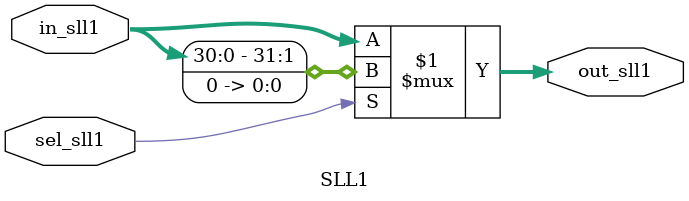
<source format=v>
module SLL1 (in_sll1, sel_sll1, out_sll1);
  input [31:0] in_sll1;
  input sel_sll1;
  output [31:0] out_sll1;
  
  assign out_sll1 = (sel_sll1) ? {in_sll1[30:0],1'b0} : in_sll1;
endmodule

</source>
